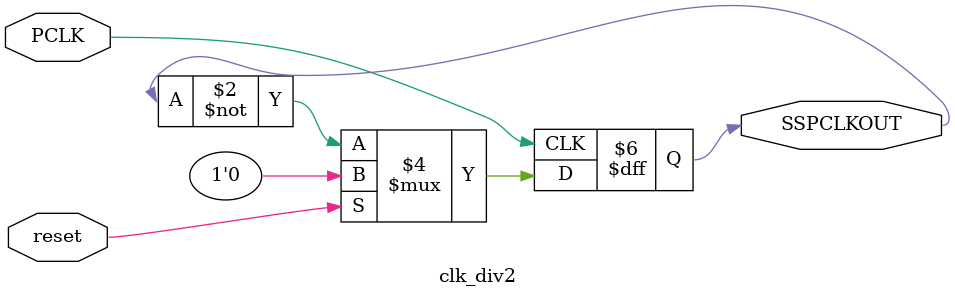
<source format=v>
module clk_div2(input PCLK, input reset, output reg SSPCLKOUT);
    always @(posedge PCLK) begin
        if (reset) begin
            SSPCLKOUT <= 1'b0;
        end
        else begin
            SSPCLKOUT <= ~SSPCLKOUT;
        end
    end 
endmodule

</source>
